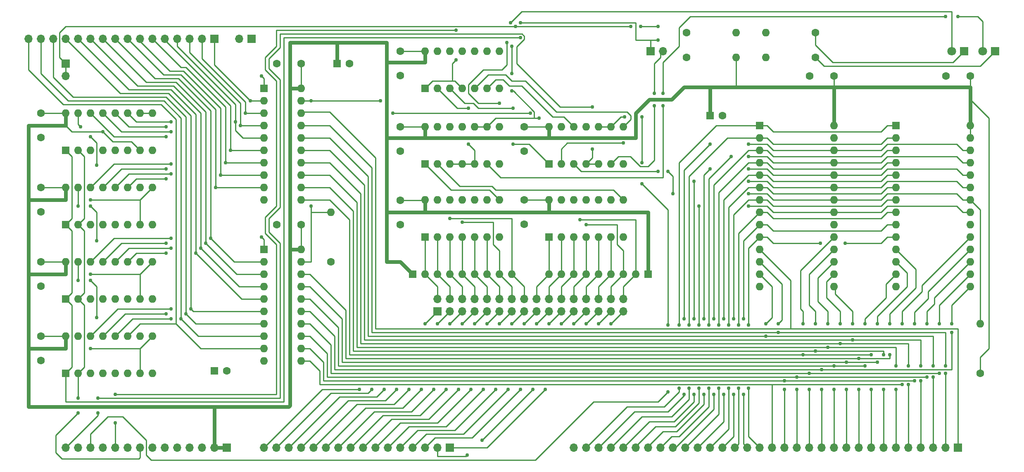
<source format=gtl>
G04 #@! TF.GenerationSoftware,KiCad,Pcbnew,(7.0.0)*
G04 #@! TF.CreationDate,2023-09-24T17:52:05-07:00*
G04 #@! TF.ProjectId,rom_counter,726f6d5f-636f-4756-9e74-65722e6b6963,rev?*
G04 #@! TF.SameCoordinates,Original*
G04 #@! TF.FileFunction,Copper,L1,Top*
G04 #@! TF.FilePolarity,Positive*
%FSLAX46Y46*%
G04 Gerber Fmt 4.6, Leading zero omitted, Abs format (unit mm)*
G04 Created by KiCad (PCBNEW (7.0.0)) date 2023-09-24 17:52:05*
%MOMM*%
%LPD*%
G01*
G04 APERTURE LIST*
G04 #@! TA.AperFunction,ComponentPad*
%ADD10R,1.700000X1.700000*%
G04 #@! TD*
G04 #@! TA.AperFunction,ComponentPad*
%ADD11O,1.700000X1.700000*%
G04 #@! TD*
G04 #@! TA.AperFunction,ComponentPad*
%ADD12R,1.600000X1.600000*%
G04 #@! TD*
G04 #@! TA.AperFunction,ComponentPad*
%ADD13C,1.600000*%
G04 #@! TD*
G04 #@! TA.AperFunction,ComponentPad*
%ADD14O,1.600000X1.600000*%
G04 #@! TD*
G04 #@! TA.AperFunction,ComponentPad*
%ADD15R,1.800000X1.800000*%
G04 #@! TD*
G04 #@! TA.AperFunction,ComponentPad*
%ADD16C,1.800000*%
G04 #@! TD*
G04 #@! TA.AperFunction,ViaPad*
%ADD17C,0.762000*%
G04 #@! TD*
G04 #@! TA.AperFunction,Conductor*
%ADD18C,0.762000*%
G04 #@! TD*
G04 #@! TA.AperFunction,Conductor*
%ADD19C,0.254000*%
G04 #@! TD*
G04 APERTURE END LIST*
D10*
X91439999Y-60959999D03*
D11*
X88899999Y-60959999D03*
X86359999Y-60959999D03*
X83819999Y-60959999D03*
X81279999Y-60959999D03*
X78739999Y-60959999D03*
X76199999Y-60959999D03*
X73659999Y-60959999D03*
X71119999Y-60959999D03*
X68579999Y-60959999D03*
X66039999Y-60959999D03*
X63499999Y-60959999D03*
X60959999Y-60959999D03*
X58419999Y-60959999D03*
X55879999Y-60959999D03*
X53339999Y-60959999D03*
D10*
X139699999Y-144779999D03*
D11*
X137159999Y-144779999D03*
X134619999Y-144779999D03*
X132079999Y-144779999D03*
X129539999Y-144779999D03*
X126999999Y-144779999D03*
X124459999Y-144779999D03*
X121919999Y-144779999D03*
X119379999Y-144779999D03*
X116839999Y-144779999D03*
X114299999Y-144779999D03*
X111759999Y-144779999D03*
X109219999Y-144779999D03*
X106679999Y-144779999D03*
X104139999Y-144779999D03*
X101599999Y-144779999D03*
D12*
X116585999Y-66039999D03*
D13*
X119086000Y-66040000D03*
X104220000Y-99060000D03*
X109220000Y-99060000D03*
D12*
X180339999Y-109219999D03*
D14*
X177799999Y-109219999D03*
X175259999Y-109219999D03*
X172719999Y-109219999D03*
X170179999Y-109219999D03*
X167639999Y-109219999D03*
X165099999Y-109219999D03*
X162559999Y-109219999D03*
X160019999Y-109219999D03*
D13*
X248412000Y-129540000D03*
D14*
X248411999Y-119379999D03*
D10*
X137159999Y-116839999D03*
D11*
X137159999Y-114299999D03*
X139699999Y-116839999D03*
X139699999Y-114299999D03*
X142239999Y-116839999D03*
X142239999Y-114299999D03*
X144779999Y-116839999D03*
X144779999Y-114299999D03*
X147319999Y-116839999D03*
X147319999Y-114299999D03*
X149859999Y-116839999D03*
X149859999Y-114299999D03*
X152399999Y-116839999D03*
X152399999Y-114299999D03*
X154939999Y-116839999D03*
X154939999Y-114299999D03*
X157479999Y-116839999D03*
X157479999Y-114299999D03*
X160019999Y-116839999D03*
X160019999Y-114299999D03*
X162559999Y-116839999D03*
X162559999Y-114299999D03*
X165099999Y-116839999D03*
X165099999Y-114299999D03*
X167639999Y-116839999D03*
X167639999Y-114299999D03*
X170179999Y-116839999D03*
X170179999Y-114299999D03*
X172719999Y-116839999D03*
X172719999Y-114299999D03*
X175259999Y-116839999D03*
X175259999Y-114299999D03*
D12*
X203199999Y-78739999D03*
D14*
X203199999Y-81279999D03*
X203199999Y-83819999D03*
X203199999Y-86359999D03*
X203199999Y-88899999D03*
X203199999Y-91439999D03*
X203199999Y-93979999D03*
X203199999Y-96519999D03*
X203199999Y-99059999D03*
X203199999Y-101599999D03*
X203199999Y-104139999D03*
X203199999Y-106679999D03*
X203199999Y-109219999D03*
X203199999Y-111759999D03*
X218439999Y-111759999D03*
X218439999Y-109219999D03*
X218439999Y-106679999D03*
X218439999Y-104139999D03*
X218439999Y-101599999D03*
X218439999Y-99059999D03*
X218439999Y-96519999D03*
X218439999Y-93979999D03*
X218439999Y-91439999D03*
X218439999Y-88899999D03*
X218439999Y-86359999D03*
X218439999Y-83819999D03*
X218439999Y-81279999D03*
X218439999Y-78739999D03*
D13*
X55880000Y-81200000D03*
X55880000Y-76200000D03*
X55880000Y-126920000D03*
X55880000Y-121920000D03*
D10*
X180847999Y-63499999D03*
D11*
X183387999Y-63499999D03*
D12*
X160019999Y-86613999D03*
D14*
X162559999Y-86613999D03*
X165099999Y-86613999D03*
X167639999Y-86613999D03*
X170179999Y-86613999D03*
X172719999Y-86613999D03*
X175259999Y-86613999D03*
X175259999Y-78993999D03*
X172719999Y-78993999D03*
X170179999Y-78993999D03*
X167639999Y-78993999D03*
X165099999Y-78993999D03*
X162559999Y-78993999D03*
X160019999Y-78993999D03*
D12*
X134619999Y-86613999D03*
D14*
X137159999Y-86613999D03*
X139699999Y-86613999D03*
X142239999Y-86613999D03*
X144779999Y-86613999D03*
X147319999Y-86613999D03*
X149859999Y-86613999D03*
X149859999Y-78993999D03*
X147319999Y-78993999D03*
X144779999Y-78993999D03*
X142239999Y-78993999D03*
X139699999Y-78993999D03*
X137159999Y-78993999D03*
X134619999Y-78993999D03*
D13*
X154940000Y-83994000D03*
X154940000Y-78994000D03*
X55880000Y-96440000D03*
X55880000Y-91440000D03*
D12*
X101599999Y-104139999D03*
D14*
X101599999Y-106679999D03*
X101599999Y-109219999D03*
X101599999Y-111759999D03*
X101599999Y-114299999D03*
X101599999Y-116839999D03*
X101599999Y-119379999D03*
X101599999Y-121919999D03*
X101599999Y-124459999D03*
X101599999Y-126999999D03*
X109219999Y-126999999D03*
X109219999Y-124459999D03*
X109219999Y-121919999D03*
X109219999Y-119379999D03*
X109219999Y-116839999D03*
X109219999Y-114299999D03*
X109219999Y-111759999D03*
X109219999Y-109219999D03*
X109219999Y-106679999D03*
X109219999Y-104139999D03*
D13*
X104220000Y-66040000D03*
X109220000Y-66040000D03*
X213440000Y-68580000D03*
X218440000Y-68580000D03*
D15*
X245109999Y-63499999D03*
D16*
X242570000Y-63500000D03*
D13*
X115316000Y-106680000D03*
D14*
X115315999Y-96519999D03*
D12*
X160019999Y-101599999D03*
D14*
X162559999Y-101599999D03*
X165099999Y-101599999D03*
X167639999Y-101599999D03*
X170179999Y-101599999D03*
X172719999Y-101599999D03*
X175259999Y-101599999D03*
X175259999Y-93979999D03*
X172719999Y-93979999D03*
X170179999Y-93979999D03*
X167639999Y-93979999D03*
X165099999Y-93979999D03*
X162559999Y-93979999D03*
X160019999Y-93979999D03*
D13*
X129540000Y-68500000D03*
X129540000Y-63500000D03*
D12*
X91439999Y-129031999D03*
D13*
X93940000Y-129032000D03*
D15*
X251459999Y-63499999D03*
D16*
X248920000Y-63500000D03*
D13*
X214630000Y-64770000D03*
D14*
X204469999Y-64769999D03*
D13*
X154940000Y-98980000D03*
X154940000Y-93980000D03*
D10*
X60959999Y-66039999D03*
D11*
X60959999Y-68579999D03*
D12*
X134619999Y-71119999D03*
D14*
X137159999Y-71119999D03*
X139699999Y-71119999D03*
X142239999Y-71119999D03*
X144779999Y-71119999D03*
X147319999Y-71119999D03*
X149859999Y-71119999D03*
X149859999Y-63499999D03*
X147319999Y-63499999D03*
X144779999Y-63499999D03*
X142239999Y-63499999D03*
X139699999Y-63499999D03*
X137159999Y-63499999D03*
X134619999Y-63499999D03*
D13*
X188214000Y-64770000D03*
D14*
X198373999Y-64769999D03*
D12*
X60959999Y-129539999D03*
D14*
X63499999Y-129539999D03*
X66039999Y-129539999D03*
X68579999Y-129539999D03*
X71119999Y-129539999D03*
X73659999Y-129539999D03*
X76199999Y-129539999D03*
X78739999Y-129539999D03*
X78739999Y-121919999D03*
X76199999Y-121919999D03*
X73659999Y-121919999D03*
X71119999Y-121919999D03*
X68579999Y-121919999D03*
X66039999Y-121919999D03*
X63499999Y-121919999D03*
X60959999Y-121919999D03*
D12*
X60959999Y-83819999D03*
D14*
X63499999Y-83819999D03*
X66039999Y-83819999D03*
X68579999Y-83819999D03*
X71119999Y-83819999D03*
X73659999Y-83819999D03*
X76199999Y-83819999D03*
X78739999Y-83819999D03*
X78739999Y-76199999D03*
X76199999Y-76199999D03*
X73659999Y-76199999D03*
X71119999Y-76199999D03*
X68579999Y-76199999D03*
X66039999Y-76199999D03*
X63499999Y-76199999D03*
X60959999Y-76199999D03*
D12*
X101599999Y-71119999D03*
D14*
X101599999Y-73659999D03*
X101599999Y-76199999D03*
X101599999Y-78739999D03*
X101599999Y-81279999D03*
X101599999Y-83819999D03*
X101599999Y-86359999D03*
X101599999Y-88899999D03*
X101599999Y-91439999D03*
X101599999Y-93979999D03*
X109219999Y-93979999D03*
X109219999Y-91439999D03*
X109219999Y-88899999D03*
X109219999Y-86359999D03*
X109219999Y-83819999D03*
X109219999Y-81279999D03*
X109219999Y-78739999D03*
X109219999Y-76199999D03*
X109219999Y-73659999D03*
X109219999Y-71119999D03*
D12*
X60959999Y-99059999D03*
D14*
X63499999Y-99059999D03*
X66039999Y-99059999D03*
X68579999Y-99059999D03*
X71119999Y-99059999D03*
X73659999Y-99059999D03*
X76199999Y-99059999D03*
X78739999Y-99059999D03*
X78739999Y-91439999D03*
X76199999Y-91439999D03*
X73659999Y-91439999D03*
X71119999Y-91439999D03*
X68579999Y-91439999D03*
X66039999Y-91439999D03*
X63499999Y-91439999D03*
X60959999Y-91439999D03*
D13*
X188214000Y-59690000D03*
D14*
X198373999Y-59689999D03*
D12*
X60959999Y-114299999D03*
D14*
X63499999Y-114299999D03*
X66039999Y-114299999D03*
X68579999Y-114299999D03*
X71119999Y-114299999D03*
X73659999Y-114299999D03*
X76199999Y-114299999D03*
X78739999Y-114299999D03*
X78739999Y-106679999D03*
X76199999Y-106679999D03*
X73659999Y-106679999D03*
X71119999Y-106679999D03*
X68579999Y-106679999D03*
X66039999Y-106679999D03*
X63499999Y-106679999D03*
X60959999Y-106679999D03*
D13*
X129540000Y-78994000D03*
X129540000Y-83994000D03*
D12*
X193039999Y-76707999D03*
D13*
X195540000Y-76708000D03*
X129540000Y-94060000D03*
X129540000Y-99060000D03*
D10*
X99059999Y-60959999D03*
D11*
X96519999Y-60959999D03*
D13*
X214630000Y-59690000D03*
D14*
X204469999Y-59689999D03*
D12*
X134619999Y-101599999D03*
D14*
X137159999Y-101599999D03*
X139699999Y-101599999D03*
X142239999Y-101599999D03*
X144779999Y-101599999D03*
X147319999Y-101599999D03*
X149859999Y-101599999D03*
X149859999Y-93979999D03*
X147319999Y-93979999D03*
X144779999Y-93979999D03*
X142239999Y-93979999D03*
X139699999Y-93979999D03*
X137159999Y-93979999D03*
X134619999Y-93979999D03*
D10*
X243839999Y-144779999D03*
D11*
X241299999Y-144779999D03*
X238759999Y-144779999D03*
X236219999Y-144779999D03*
X233679999Y-144779999D03*
X231139999Y-144779999D03*
X228599999Y-144779999D03*
X226059999Y-144779999D03*
X223519999Y-144779999D03*
X220979999Y-144779999D03*
X218439999Y-144779999D03*
X215899999Y-144779999D03*
X213359999Y-144779999D03*
X210819999Y-144779999D03*
X208279999Y-144779999D03*
X205739999Y-144779999D03*
X203199999Y-144779999D03*
X200659999Y-144779999D03*
X198119999Y-144779999D03*
X195579999Y-144779999D03*
X193039999Y-144779999D03*
X190499999Y-144779999D03*
X187959999Y-144779999D03*
X185419999Y-144779999D03*
X182879999Y-144779999D03*
X180339999Y-144779999D03*
X177799999Y-144779999D03*
X175259999Y-144779999D03*
X172719999Y-144779999D03*
X170179999Y-144779999D03*
X167639999Y-144779999D03*
X165099999Y-144779999D03*
D12*
X132079999Y-109219999D03*
D14*
X134619999Y-109219999D03*
X137159999Y-109219999D03*
X139699999Y-109219999D03*
X142239999Y-109219999D03*
X144779999Y-109219999D03*
X147319999Y-109219999D03*
X149859999Y-109219999D03*
X152399999Y-109219999D03*
D10*
X93979999Y-144779999D03*
D11*
X91439999Y-144779999D03*
X88899999Y-144779999D03*
X86359999Y-144779999D03*
X83819999Y-144779999D03*
X81279999Y-144779999D03*
X78739999Y-144779999D03*
X76199999Y-144779999D03*
X73659999Y-144779999D03*
X71119999Y-144779999D03*
X68579999Y-144779999D03*
X66039999Y-144779999D03*
X63499999Y-144779999D03*
X60959999Y-144779999D03*
D13*
X55880000Y-111680000D03*
X55880000Y-106680000D03*
X241380000Y-68580000D03*
X246380000Y-68580000D03*
D12*
X231139999Y-78739999D03*
D14*
X231139999Y-81279999D03*
X231139999Y-83819999D03*
X231139999Y-86359999D03*
X231139999Y-88899999D03*
X231139999Y-91439999D03*
X231139999Y-93979999D03*
X231139999Y-96519999D03*
X231139999Y-99059999D03*
X231139999Y-101599999D03*
X231139999Y-104139999D03*
X231139999Y-106679999D03*
X231139999Y-109219999D03*
X231139999Y-111759999D03*
X246379999Y-111759999D03*
X246379999Y-109219999D03*
X246379999Y-106679999D03*
X246379999Y-104139999D03*
X246379999Y-101599999D03*
X246379999Y-99059999D03*
X246379999Y-96519999D03*
X246379999Y-93979999D03*
X246379999Y-91439999D03*
X246379999Y-88899999D03*
X246379999Y-86359999D03*
X246379999Y-83819999D03*
X246379999Y-81279999D03*
X246379999Y-78739999D03*
D17*
X101092000Y-101600000D03*
X107950000Y-61722000D03*
X66040000Y-124460000D03*
X109474000Y-61722000D03*
X91440000Y-138938000D03*
X66040000Y-93980000D03*
X66040000Y-109220000D03*
X101092000Y-68580000D03*
X106934000Y-68580000D03*
X60960000Y-124460000D03*
X91440000Y-137414000D03*
X106934000Y-101600000D03*
X60960000Y-109220000D03*
X68580000Y-80010000D03*
X60960000Y-93980000D03*
X207010000Y-121158000D03*
X207010000Y-119380000D03*
X241300000Y-128016000D03*
X241300000Y-129540000D03*
X238760000Y-128016000D03*
X204470000Y-119380000D03*
X204470000Y-121920000D03*
X238760000Y-130302000D03*
X222250000Y-119380000D03*
X236220000Y-131064000D03*
X222250000Y-122682000D03*
X236220000Y-128016000D03*
X233680000Y-131826000D03*
X233680000Y-128016000D03*
X219710000Y-123444000D03*
X219710000Y-119380000D03*
X217170000Y-119380000D03*
X231140000Y-132842000D03*
X217170000Y-124206000D03*
X231140000Y-128016000D03*
X214630000Y-124968500D03*
X214630000Y-119380000D03*
X228600000Y-125730000D03*
X228600000Y-132842000D03*
X226060000Y-125730000D03*
X212090000Y-125730000D03*
X212090000Y-119380000D03*
X226060000Y-132842000D03*
X223520000Y-132842000D03*
X229870000Y-119380000D03*
X229870000Y-125730000D03*
X223520000Y-126492000D03*
X220980000Y-132842000D03*
X227330000Y-127254000D03*
X227330000Y-119380000D03*
X220980000Y-127254000D03*
X224790000Y-119380000D03*
X218440000Y-128016000D03*
X218440000Y-132842000D03*
X224790000Y-128016000D03*
X215900000Y-132842000D03*
X215900000Y-128778000D03*
X242570000Y-119380000D03*
X242570000Y-121158000D03*
X213360000Y-129540000D03*
X240030000Y-129540000D03*
X213360000Y-132842000D03*
X240030000Y-119380000D03*
X237490000Y-130301500D03*
X237490000Y-119380000D03*
X210820000Y-130302000D03*
X210820000Y-132842000D03*
X208280000Y-131064000D03*
X234950000Y-131064000D03*
X208280000Y-132842000D03*
X234950000Y-119380000D03*
X232410000Y-131826000D03*
X232410000Y-119380000D03*
X200914000Y-132588000D03*
X215646000Y-102870000D03*
X220726000Y-102870000D03*
X200914000Y-119634000D03*
X199898000Y-118364000D03*
X199898000Y-133858000D03*
X198882000Y-132588000D03*
X198882000Y-119634000D03*
X197866000Y-118364000D03*
X197866000Y-133858000D03*
X196850000Y-119634000D03*
X196850000Y-132588000D03*
X195834000Y-133858000D03*
X195834000Y-118364000D03*
X194818000Y-132588000D03*
X194818000Y-119634000D03*
X193802000Y-118364000D03*
X193802000Y-133858000D03*
X197358000Y-85090000D03*
X200914000Y-85090000D03*
X192786000Y-119634000D03*
X192786000Y-132588000D03*
X191770000Y-118364000D03*
X191770000Y-133858000D03*
X193040000Y-87630000D03*
X200914000Y-87630000D03*
X190754000Y-132588000D03*
X200914000Y-95250000D03*
X190754000Y-119634000D03*
X190754000Y-95250000D03*
X200914000Y-90170000D03*
X189738000Y-118364000D03*
X189738000Y-133858000D03*
X189738000Y-90170000D03*
X188722000Y-132588000D03*
X188722000Y-119634000D03*
X200914000Y-82550000D03*
X187706000Y-118364000D03*
X187706500Y-133858000D03*
X193040000Y-82550000D03*
X186690000Y-132588000D03*
X186690000Y-119634000D03*
X152146000Y-57658000D03*
X151384000Y-61722000D03*
X149860000Y-74168000D03*
X241300000Y-56388000D03*
X183388000Y-72136000D03*
X243840000Y-56388000D03*
X183388000Y-74676000D03*
X172720000Y-119380000D03*
X159258000Y-132842000D03*
X156718000Y-132842000D03*
X170180000Y-119380000D03*
X146304000Y-143256000D03*
X143256000Y-146304000D03*
X154178000Y-132842000D03*
X167640000Y-119380000D03*
X165100000Y-119380000D03*
X151638000Y-132842000D03*
X149098000Y-132842000D03*
X162560000Y-119380000D03*
X146558000Y-132842000D03*
X160020000Y-119380000D03*
X157480000Y-119380000D03*
X144018000Y-132842000D03*
X141478000Y-132842000D03*
X154940000Y-119380000D03*
X138938000Y-132842000D03*
X152400000Y-119380000D03*
X149860000Y-119380000D03*
X136398000Y-132842000D03*
X133858000Y-132842000D03*
X147320000Y-119380000D03*
X131318000Y-132842000D03*
X144780000Y-119380000D03*
X128778000Y-132842000D03*
X142240000Y-119380000D03*
X139700000Y-119380000D03*
X126238000Y-132842000D03*
X137160000Y-119380000D03*
X123698000Y-132842000D03*
X121158000Y-132842000D03*
X134620000Y-119380000D03*
X63500000Y-134620000D03*
X63500000Y-137668000D03*
X67564000Y-134620000D03*
X67564000Y-137668000D03*
X168910000Y-83566000D03*
X168910000Y-74930000D03*
X142240000Y-98552000D03*
X139700000Y-97790000D03*
X167640000Y-99060000D03*
X166370000Y-98044000D03*
X98806000Y-73660000D03*
X81534000Y-81026000D03*
X82550000Y-80010000D03*
X97790000Y-76200000D03*
X81534000Y-78994000D03*
X96774000Y-78740000D03*
X82550000Y-77978000D03*
X95758000Y-77978000D03*
X82550000Y-86614000D03*
X94742000Y-83820000D03*
X81534000Y-87630000D03*
X93726000Y-86360000D03*
X92710000Y-88900000D03*
X82550000Y-88646000D03*
X91694000Y-91440000D03*
X81534000Y-89662000D03*
X82550000Y-101854000D03*
X90678000Y-101854000D03*
X89662000Y-102870000D03*
X81534000Y-102870000D03*
X88646000Y-103886000D03*
X82550000Y-103886000D03*
X81534000Y-104902000D03*
X87630000Y-104902000D03*
X82550000Y-116332000D03*
X86614000Y-116332000D03*
X81534000Y-117348000D03*
X85598000Y-117348000D03*
X84582000Y-118364000D03*
X82550000Y-118364000D03*
X140970000Y-59182000D03*
X140970000Y-65278000D03*
X71120000Y-139700000D03*
X71120000Y-133858000D03*
X154178000Y-57658000D03*
X182372000Y-61214000D03*
X154178000Y-60706000D03*
X181610000Y-72136000D03*
X181610000Y-74676000D03*
X184404000Y-88138000D03*
X182372000Y-88138000D03*
X200914000Y-92710000D03*
X185420000Y-92710000D03*
X143510000Y-82550000D03*
X143510000Y-75184000D03*
X152400000Y-68072000D03*
X176784000Y-58420000D03*
X152400000Y-62484000D03*
X182372000Y-58420000D03*
X152400000Y-71628000D03*
X157988000Y-77216000D03*
X153162000Y-58420000D03*
X178816000Y-58420000D03*
X156210000Y-76200000D03*
X111252000Y-73660000D03*
X128016000Y-76200000D03*
X111252000Y-95250000D03*
X125476000Y-73660000D03*
X67310000Y-86868000D03*
X66040000Y-81026000D03*
X64008000Y-78994000D03*
X63500000Y-95250000D03*
X67310000Y-102362000D03*
X66040000Y-95250000D03*
X63500000Y-110490000D03*
X67310000Y-118110000D03*
X66040000Y-110490000D03*
X179070000Y-76962000D03*
X175514000Y-76962000D03*
X184404000Y-119634000D03*
X179070000Y-90678000D03*
X179070000Y-86360000D03*
X184404000Y-133350000D03*
X152654000Y-75184000D03*
X152654000Y-82550000D03*
X175260000Y-82296000D03*
D18*
X160020000Y-81280000D02*
X160020000Y-78994000D01*
D19*
X70612000Y-82042000D02*
X74422000Y-82042000D01*
D18*
X106934000Y-71120000D02*
X109220000Y-71120000D01*
X106934000Y-68580000D02*
X106934000Y-61722000D01*
X53594000Y-124460000D02*
X53340000Y-124206000D01*
X126746000Y-65786000D02*
X134620000Y-65786000D01*
X126746000Y-106680000D02*
X129540000Y-106680000D01*
D19*
X68580000Y-80010000D02*
X70612000Y-82042000D01*
X250190000Y-124460000D02*
X250190000Y-77216000D01*
X101600000Y-102108000D02*
X101092000Y-101600000D01*
D18*
X106934000Y-61722000D02*
X116586000Y-61722000D01*
X134620000Y-81280000D02*
X160020000Y-81280000D01*
D19*
X62230000Y-80010000D02*
X60960000Y-78740000D01*
X76200000Y-124460000D02*
X78740000Y-121920000D01*
X250190000Y-77216000D02*
X246380000Y-73406000D01*
D18*
X246380000Y-73406000D02*
X246380000Y-78740000D01*
X129540000Y-106680000D02*
X132080000Y-109220000D01*
X160020000Y-81280000D02*
X177800000Y-81280000D01*
X53340000Y-109220000D02*
X53340000Y-93980000D01*
D19*
X76200000Y-99060000D02*
X76200000Y-93980000D01*
X134540000Y-94060000D02*
X134620000Y-93980000D01*
X154940000Y-78994000D02*
X160020000Y-78994000D01*
D18*
X106934000Y-104140000D02*
X109220000Y-104140000D01*
X134620000Y-81280000D02*
X134620000Y-80010000D01*
X106934000Y-136144000D02*
X106934000Y-104140000D01*
X134620000Y-80010000D02*
X134620000Y-78994000D01*
D19*
X76200000Y-93980000D02*
X66040000Y-93980000D01*
D18*
X185166000Y-73406000D02*
X187706000Y-70866000D01*
D19*
X101600000Y-104140000D02*
X101600000Y-102108000D01*
X218440000Y-68580000D02*
X218440000Y-70866000D01*
X246380000Y-81280000D02*
X246380000Y-78740000D01*
D18*
X53340000Y-78740000D02*
X60960000Y-78740000D01*
X53340000Y-109220000D02*
X60960000Y-109220000D01*
D19*
X55880000Y-106680000D02*
X60960000Y-106680000D01*
X55880000Y-121920000D02*
X60960000Y-121920000D01*
D18*
X177800000Y-76200000D02*
X180594000Y-73406000D01*
D19*
X129540000Y-78994000D02*
X134620000Y-78994000D01*
D18*
X60960000Y-124460000D02*
X60960000Y-121920000D01*
X60960000Y-109220000D02*
X60960000Y-106680000D01*
D19*
X76200000Y-114300000D02*
X76200000Y-109220000D01*
X101600000Y-69088000D02*
X101600000Y-71120000D01*
D18*
X106934000Y-101600000D02*
X106934000Y-71120000D01*
D19*
X76200000Y-109220000D02*
X66040000Y-109220000D01*
D18*
X91440000Y-137414000D02*
X91440000Y-136398000D01*
X126746000Y-96520000D02*
X134620000Y-96520000D01*
X91440000Y-144780000D02*
X91440000Y-138938000D01*
X60960000Y-93980000D02*
X60960000Y-91440000D01*
X160020000Y-96520000D02*
X180340000Y-96520000D01*
X116586000Y-61722000D02*
X126746000Y-61722000D01*
D19*
X248412000Y-129540000D02*
X248412000Y-126238000D01*
D18*
X91440000Y-136398000D02*
X53340000Y-136398000D01*
D19*
X76200000Y-129540000D02*
X76200000Y-124460000D01*
D18*
X193040000Y-70866000D02*
X193040000Y-76708000D01*
D19*
X129540000Y-63500000D02*
X134620000Y-63500000D01*
X55880000Y-91440000D02*
X60960000Y-91440000D01*
D18*
X246380000Y-70866000D02*
X246380000Y-73406000D01*
D19*
X129540000Y-94060000D02*
X134540000Y-94060000D01*
D18*
X160020000Y-96520000D02*
X160020000Y-93980000D01*
X127000000Y-81280000D02*
X134620000Y-81280000D01*
D19*
X246380000Y-68580000D02*
X246380000Y-70866000D01*
D18*
X187706000Y-70866000D02*
X193040000Y-70866000D01*
D19*
X109220000Y-66040000D02*
X109220000Y-71120000D01*
D18*
X53340000Y-93980000D02*
X60960000Y-93980000D01*
D19*
X68580000Y-80010000D02*
X62230000Y-80010000D01*
X74422000Y-82042000D02*
X76200000Y-83820000D01*
X154940000Y-93980000D02*
X160020000Y-93980000D01*
X76200000Y-109220000D02*
X78740000Y-106680000D01*
X248412000Y-126238000D02*
X250190000Y-124460000D01*
D18*
X106680000Y-136398000D02*
X106934000Y-136144000D01*
X180340000Y-96520000D02*
X180340000Y-109220000D01*
X177800000Y-81280000D02*
X177800000Y-76200000D01*
X180594000Y-73406000D02*
X185166000Y-73406000D01*
D19*
X109220000Y-99060000D02*
X109220000Y-104140000D01*
D18*
X218440000Y-70866000D02*
X246380000Y-70866000D01*
X218440000Y-70866000D02*
X218440000Y-78740000D01*
X106934000Y-104140000D02*
X106934000Y-101600000D01*
D19*
X76200000Y-124460000D02*
X66040000Y-124460000D01*
D18*
X60960000Y-78740000D02*
X60960000Y-76200000D01*
D19*
X76200000Y-76200000D02*
X78740000Y-76200000D01*
D18*
X134620000Y-65786000D02*
X134620000Y-63500000D01*
X116586000Y-61722000D02*
X116586000Y-66040000D01*
X91440000Y-136398000D02*
X106680000Y-136398000D01*
X134620000Y-96520000D02*
X160020000Y-96520000D01*
X53340000Y-136398000D02*
X53340000Y-124206000D01*
X60960000Y-124460000D02*
X53594000Y-124460000D01*
D19*
X101092000Y-68580000D02*
X101600000Y-69088000D01*
D18*
X91440000Y-144780000D02*
X93980000Y-144780000D01*
X106934000Y-71120000D02*
X106934000Y-68580000D01*
X53340000Y-93980000D02*
X53340000Y-78740000D01*
X53340000Y-124206000D02*
X53340000Y-109220000D01*
X126746000Y-61722000D02*
X126746000Y-106680000D01*
D19*
X55880000Y-76200000D02*
X60960000Y-76200000D01*
X78740000Y-91440000D02*
X76200000Y-93980000D01*
D18*
X91440000Y-138938000D02*
X91440000Y-137414000D01*
D19*
X198374000Y-64770000D02*
X198374000Y-70866000D01*
D18*
X134620000Y-96520000D02*
X134620000Y-93980000D01*
X193040000Y-70866000D02*
X218440000Y-70866000D01*
D19*
X124460000Y-120396000D02*
X124460000Y-85344000D01*
X203200000Y-104140000D02*
X209550000Y-110490000D01*
X109474000Y-75946000D02*
X109220000Y-76200000D01*
X209550000Y-110490000D02*
X209550000Y-120396000D01*
X243840000Y-120396000D02*
X124460000Y-120396000D01*
X243840000Y-144780000D02*
X243840000Y-120396000D01*
X124460000Y-85344000D02*
X115062000Y-75946000D01*
X115062000Y-75946000D02*
X109474000Y-75946000D01*
X207772000Y-111252000D02*
X203200000Y-106680000D01*
X123698000Y-87376000D02*
X115062000Y-78740000D01*
X123698000Y-121158000D02*
X123698000Y-87376000D01*
X241300000Y-144780000D02*
X241300000Y-129540000D01*
X207010000Y-121158000D02*
X123698000Y-121158000D01*
X207772000Y-118618000D02*
X207772000Y-111252000D01*
X115062000Y-78740000D02*
X109220000Y-78740000D01*
X241300000Y-128016000D02*
X241300000Y-121158000D01*
X241300000Y-121158000D02*
X207010000Y-121158000D01*
X207010000Y-119380000D02*
X207772000Y-118618000D01*
X238760000Y-121920000D02*
X204470000Y-121920000D01*
X122936000Y-121920000D02*
X122936000Y-89154000D01*
X205740000Y-118110000D02*
X205740000Y-111760000D01*
X115062000Y-81280000D02*
X109220000Y-81280000D01*
X238760000Y-128016000D02*
X238760000Y-121920000D01*
X238760000Y-144780000D02*
X238760000Y-130302000D01*
X122936000Y-89154000D02*
X115062000Y-81280000D01*
X204470000Y-121920000D02*
X122936000Y-121920000D01*
X205740000Y-111760000D02*
X203200000Y-109220000D01*
X204470000Y-119380000D02*
X205740000Y-118110000D01*
X109220000Y-83820000D02*
X115062000Y-83820000D01*
X218694000Y-112014000D02*
X218440000Y-111760000D01*
X122174000Y-90932000D02*
X122174000Y-122682000D01*
X122174000Y-122682000D02*
X222250000Y-122682000D01*
X218694000Y-111999000D02*
X218440000Y-111745000D01*
X222250000Y-119380000D02*
X222250000Y-116840000D01*
X236220000Y-128016000D02*
X236220000Y-122682000D01*
X218694000Y-113284000D02*
X218694000Y-112014000D01*
X236220000Y-144780000D02*
X236220000Y-131064000D01*
X115062000Y-83820000D02*
X122174000Y-90932000D01*
X222250000Y-116840000D02*
X218694000Y-113284000D01*
X236220000Y-122682000D02*
X222250000Y-122682000D01*
X216916000Y-114046000D02*
X216916000Y-110729000D01*
X121412000Y-123444000D02*
X121412000Y-92710000D01*
X219710000Y-116840000D02*
X216916000Y-114046000D01*
X219710000Y-119380000D02*
X219710000Y-116840000D01*
X121412000Y-92710000D02*
X115062000Y-86360000D01*
X233680000Y-123444000D02*
X219710000Y-123444000D01*
X219710000Y-123444000D02*
X121412000Y-123444000D01*
X115062000Y-86360000D02*
X109220000Y-86360000D01*
X216916000Y-110729000D02*
X218440000Y-109205000D01*
X233680000Y-144780000D02*
X233680000Y-131826000D01*
X233680000Y-128016000D02*
X233680000Y-123444000D01*
X215138000Y-114808000D02*
X215138000Y-109982000D01*
X215138000Y-109982000D02*
X218440000Y-106680000D01*
X120650000Y-124206000D02*
X120650000Y-94488000D01*
X217170000Y-124206000D02*
X231140000Y-124206000D01*
X217170000Y-124206000D02*
X120650000Y-124206000D01*
X120650000Y-94488000D02*
X115062000Y-88900000D01*
X115062000Y-88900000D02*
X109220000Y-88900000D01*
X217170000Y-116840000D02*
X215138000Y-114808000D01*
X231140000Y-144780000D02*
X231140000Y-132842000D01*
X231140000Y-124206000D02*
X231140000Y-128016000D01*
X217170000Y-119380000D02*
X217170000Y-116840000D01*
X214630000Y-116840000D02*
X213360000Y-115570000D01*
X228600000Y-144780000D02*
X228600000Y-132842000D01*
X213360000Y-109220000D02*
X218440000Y-104140000D01*
X115062000Y-91440000D02*
X109220000Y-91440000D01*
X214630000Y-119380000D02*
X214630000Y-116840000D01*
X119888000Y-96266000D02*
X115062000Y-91440000D01*
X214630000Y-124968500D02*
X214629500Y-124968000D01*
X214629500Y-124968000D02*
X119888000Y-124968000D01*
X228600000Y-124968000D02*
X214630500Y-124968000D01*
X119888000Y-124968000D02*
X119888000Y-96266000D01*
X214630500Y-124968000D02*
X214630000Y-124968500D01*
X213360000Y-115570000D02*
X213360000Y-109220000D01*
X228600000Y-125730000D02*
X228600000Y-124968000D01*
X212090000Y-119380000D02*
X212090000Y-116840000D01*
X115062000Y-93980000D02*
X109220000Y-93980000D01*
X119126000Y-125730000D02*
X119126000Y-98044000D01*
X212090000Y-125730000D02*
X119126000Y-125730000D01*
X226060000Y-125730000D02*
X212090000Y-125730000D01*
X211582000Y-116332000D02*
X211582000Y-108458000D01*
X119126000Y-98044000D02*
X115062000Y-93980000D01*
X226060000Y-144780000D02*
X226060000Y-132842000D01*
X212090000Y-116840000D02*
X211582000Y-116332000D01*
X211582000Y-108458000D02*
X218440000Y-101600000D01*
X229870000Y-126492000D02*
X223520000Y-126492000D01*
X229870000Y-119380000D02*
X229870000Y-117348000D01*
X229870000Y-125730000D02*
X229870000Y-126492000D01*
X229870000Y-117348000D02*
X235204000Y-112014000D01*
X110998000Y-109220000D02*
X118364000Y-116586000D01*
X118364000Y-126492000D02*
X223520000Y-126492000D01*
X223520000Y-144780000D02*
X223520000Y-132842000D01*
X235204000Y-108204000D02*
X231140000Y-104140000D01*
X235204000Y-112014000D02*
X235204000Y-108204000D01*
X118364000Y-116586000D02*
X118364000Y-126492000D01*
X109220000Y-109220000D02*
X110998000Y-109220000D01*
X227330000Y-127254000D02*
X220980000Y-127254000D01*
X117602000Y-118364000D02*
X110998000Y-111760000D01*
X227330000Y-119380000D02*
X227330000Y-117856000D01*
X110998000Y-111760000D02*
X109220000Y-111760000D01*
X233426000Y-108966000D02*
X231140000Y-106680000D01*
X227330000Y-117856000D02*
X233426000Y-111760000D01*
X220980000Y-127254000D02*
X117602000Y-127254000D01*
X117602000Y-127254000D02*
X117602000Y-118364000D01*
X220980000Y-144780000D02*
X220980000Y-132842000D01*
X233426000Y-111760000D02*
X233426000Y-108966000D01*
X109220000Y-114300000D02*
X110998000Y-114300000D01*
X229108000Y-111252000D02*
X231140000Y-109220000D01*
X224790000Y-119380000D02*
X224790000Y-118364000D01*
X110998000Y-114300000D02*
X116840000Y-120142000D01*
X224790000Y-128016000D02*
X218440000Y-128016000D01*
X116840000Y-120142000D02*
X116840000Y-128016000D01*
X218440000Y-144780000D02*
X218440000Y-132842000D01*
X224790000Y-118364000D02*
X229108000Y-114046000D01*
X116840000Y-128016000D02*
X218440000Y-128016000D01*
X229108000Y-114046000D02*
X229108000Y-111252000D01*
X215900000Y-128778000D02*
X116078000Y-128778000D01*
X215900000Y-144780000D02*
X215900000Y-132842000D01*
X242570000Y-115570000D02*
X242570000Y-119380000D01*
X116078000Y-128778000D02*
X116078000Y-121920000D01*
X116078000Y-121920000D02*
X110998000Y-116840000D01*
X110998000Y-116840000D02*
X109220000Y-116840000D01*
X246380000Y-111760000D02*
X242570000Y-115570000D01*
X242570000Y-121158000D02*
X242570000Y-128778000D01*
X242570000Y-128778000D02*
X215900000Y-128778000D01*
X109220000Y-119380000D02*
X110998000Y-119380000D01*
X115316000Y-123698000D02*
X115316000Y-129540000D01*
X115316000Y-129540000D02*
X213360000Y-129540000D01*
X240030000Y-115570000D02*
X246380000Y-109220000D01*
X240030000Y-129540000D02*
X213360000Y-129540000D01*
X213360000Y-144780000D02*
X213360000Y-132842000D01*
X110998000Y-119380000D02*
X115316000Y-123698000D01*
X240030000Y-119380000D02*
X240030000Y-115570000D01*
X114554000Y-125476000D02*
X114554000Y-130302000D01*
X110998000Y-121920000D02*
X114554000Y-125476000D01*
X114554000Y-130302000D02*
X210820000Y-130302000D01*
X239014000Y-114046000D02*
X246380000Y-106680000D01*
X109220000Y-121920000D02*
X110998000Y-121920000D01*
X237490000Y-119380000D02*
X237490000Y-116840000D01*
X237489500Y-130302000D02*
X210820000Y-130302000D01*
X210820000Y-144780000D02*
X210820000Y-132842000D01*
X237490000Y-116840000D02*
X239014000Y-115316000D01*
X239014000Y-115316000D02*
X239014000Y-114046000D01*
X110998000Y-124460000D02*
X113792000Y-127254000D01*
X237744000Y-112776000D02*
X246380000Y-104140000D01*
X234950000Y-131064000D02*
X208280000Y-131064000D01*
X109220000Y-124460000D02*
X110998000Y-124460000D01*
X234950000Y-116967000D02*
X237744000Y-114173000D01*
X237744000Y-114173000D02*
X237744000Y-112776000D01*
X113792000Y-131064000D02*
X208280000Y-131064000D01*
X208280000Y-144780000D02*
X208280000Y-132842000D01*
X113792000Y-127254000D02*
X113792000Y-131064000D01*
X234950000Y-119380000D02*
X234950000Y-116967000D01*
X232410000Y-116840000D02*
X236474000Y-112776000D01*
X113030000Y-131826000D02*
X113030000Y-129032000D01*
X232410000Y-119380000D02*
X232410000Y-116840000D01*
X236474000Y-112776000D02*
X236474000Y-111506000D01*
X205740000Y-131826000D02*
X113030000Y-131826000D01*
X113030000Y-129032000D02*
X110998000Y-127000000D01*
X110998000Y-127000000D02*
X109220000Y-127000000D01*
X205740000Y-131826000D02*
X232410000Y-131826000D01*
X205740000Y-144780000D02*
X205740000Y-131826000D01*
X236474000Y-111506000D02*
X246380000Y-101600000D01*
X200914000Y-142494000D02*
X203200000Y-144780000D01*
X220726000Y-102870000D02*
X228092000Y-102870000D01*
X200914000Y-119634000D02*
X200914000Y-103886000D01*
X205994000Y-102870000D02*
X215646000Y-102870000D01*
X204724000Y-101600000D02*
X205994000Y-102870000D01*
X203200000Y-101600000D02*
X204724000Y-101600000D01*
X229362000Y-101600000D02*
X231140000Y-101600000D01*
X228092000Y-102870000D02*
X229362000Y-101600000D01*
X200914000Y-103886000D02*
X203200000Y-101600000D01*
X200914000Y-132588000D02*
X200914000Y-142494000D01*
X199898000Y-102362000D02*
X203200000Y-99060000D01*
X229362000Y-99060000D02*
X231140000Y-99060000D01*
X199898000Y-144018000D02*
X200660000Y-144780000D01*
X203200000Y-99060000D02*
X204724000Y-99060000D01*
X205994000Y-100330000D02*
X228092000Y-100330000D01*
X199898000Y-133858000D02*
X199898000Y-144018000D01*
X204724000Y-99060000D02*
X205994000Y-100330000D01*
X199898000Y-118364000D02*
X199898000Y-102362000D01*
X228092000Y-100330000D02*
X229362000Y-99060000D01*
X198882000Y-119634000D02*
X198882000Y-100838000D01*
X205994000Y-97790000D02*
X228092000Y-97790000D01*
X198882000Y-144018000D02*
X198120000Y-144780000D01*
X228092000Y-97790000D02*
X229362000Y-96520000D01*
X204724000Y-96520000D02*
X205994000Y-97790000D01*
X198882000Y-132588000D02*
X198882000Y-144018000D01*
X203200000Y-96520000D02*
X204724000Y-96520000D01*
X229362000Y-96520000D02*
X231140000Y-96520000D01*
X198882000Y-100838000D02*
X203200000Y-96520000D01*
X197866000Y-142494000D02*
X195580000Y-144780000D01*
X229362000Y-93980000D02*
X231140000Y-93980000D01*
X200914000Y-93980000D02*
X204724000Y-93980000D01*
X205994000Y-95250000D02*
X228092000Y-95250000D01*
X197866000Y-133858000D02*
X197866000Y-142494000D01*
X204724000Y-93980000D02*
X205994000Y-95250000D01*
X197866000Y-118364000D02*
X197866000Y-97028000D01*
X228092000Y-95250000D02*
X229362000Y-93980000D01*
X197866000Y-97028000D02*
X200914000Y-93980000D01*
X204724000Y-91440000D02*
X205994000Y-92710000D01*
X205994000Y-92710000D02*
X228092000Y-92710000D01*
X229362000Y-91440000D02*
X231140000Y-91440000D01*
X196850000Y-95504000D02*
X200914000Y-91440000D01*
X200914000Y-91440000D02*
X204724000Y-91440000D01*
X196850000Y-119634000D02*
X196850000Y-95504000D01*
X196850000Y-140970000D02*
X193040000Y-144780000D01*
X228092000Y-92710000D02*
X229362000Y-91440000D01*
X196850000Y-132588000D02*
X196850000Y-140970000D01*
X195834000Y-139446000D02*
X190500000Y-144780000D01*
X229362000Y-88900000D02*
X231140000Y-88900000D01*
X195834000Y-133858000D02*
X195834000Y-139446000D01*
X205994000Y-90170000D02*
X228092000Y-90170000D01*
X228092000Y-90170000D02*
X229362000Y-88900000D01*
X195834000Y-93980000D02*
X200914000Y-88900000D01*
X195834000Y-118364000D02*
X195834000Y-93980000D01*
X200914000Y-88900000D02*
X204724000Y-88900000D01*
X204724000Y-88900000D02*
X205994000Y-90170000D01*
X194818000Y-119634000D02*
X194818000Y-92456000D01*
X204724000Y-86360000D02*
X205994000Y-87630000D01*
X228092000Y-87630000D02*
X229362000Y-86360000D01*
X194818000Y-92456000D02*
X200914000Y-86360000D01*
X194818000Y-132588000D02*
X194818000Y-137922000D01*
X194818000Y-137922000D02*
X187960000Y-144780000D01*
X200914000Y-86360000D02*
X204724000Y-86360000D01*
X205994000Y-87630000D02*
X228092000Y-87630000D01*
X229362000Y-86360000D02*
X231140000Y-86360000D01*
X205994000Y-85090000D02*
X228092000Y-85090000D01*
X193802000Y-136906000D02*
X185928000Y-144780000D01*
X228092000Y-85090000D02*
X229362000Y-83820000D01*
X229362000Y-83820000D02*
X231140000Y-83820000D01*
X193802000Y-90932000D02*
X200914000Y-83820000D01*
X185928000Y-144780000D02*
X185420000Y-144780000D01*
X204724000Y-83820000D02*
X205994000Y-85090000D01*
X193802000Y-118364000D02*
X193802000Y-90932000D01*
X200914000Y-83820000D02*
X204724000Y-83820000D01*
X193802000Y-133858000D02*
X193802000Y-136906000D01*
X204724000Y-85090000D02*
X205979000Y-86345000D01*
X243586000Y-85090000D02*
X244856000Y-86360000D01*
X205979000Y-86345000D02*
X228107000Y-86345000D01*
X228107000Y-86345000D02*
X229362000Y-85090000D01*
X192786000Y-136398000D02*
X186690000Y-142494000D01*
X229362000Y-85090000D02*
X243586000Y-85090000D01*
X192786000Y-132588000D02*
X192786000Y-136398000D01*
X185166000Y-142494000D02*
X182880000Y-144780000D01*
X192786000Y-89662000D02*
X192786000Y-119634000D01*
X200914000Y-85090000D02*
X204724000Y-85090000D01*
X197358000Y-85090000D02*
X192786000Y-89662000D01*
X186690000Y-142494000D02*
X185166000Y-142494000D01*
X244856000Y-86360000D02*
X246380000Y-86360000D01*
X228107000Y-88885000D02*
X229362000Y-87630000D01*
X191770000Y-88900000D02*
X191770000Y-118364000D01*
X229362000Y-87630000D02*
X243586000Y-87630000D01*
X191770000Y-133858000D02*
X191770000Y-135890000D01*
X186182000Y-141478000D02*
X183388000Y-141478000D01*
X243586000Y-87630000D02*
X244856000Y-88900000D01*
X191770000Y-135890000D02*
X186182000Y-141478000D01*
X205979000Y-88885000D02*
X228107000Y-88885000D01*
X193040000Y-87630000D02*
X191770000Y-88900000D01*
X180340000Y-144526000D02*
X180340000Y-144780000D01*
X244856000Y-88900000D02*
X246380000Y-88900000D01*
X200914000Y-87630000D02*
X204724000Y-87630000D01*
X183388000Y-141478000D02*
X180340000Y-144526000D01*
X204724000Y-87630000D02*
X205979000Y-88885000D01*
X177800000Y-144526000D02*
X177800000Y-144780000D01*
X244856000Y-96520000D02*
X246380000Y-96520000D01*
X190754000Y-135636000D02*
X185928000Y-140462000D01*
X204724000Y-95250000D02*
X205994000Y-96520000D01*
X206009000Y-96505000D02*
X228107000Y-96505000D01*
X190754000Y-132588000D02*
X190754000Y-135636000D01*
X200914000Y-95250000D02*
X204724000Y-95250000D01*
X228107000Y-96505000D02*
X229362000Y-95250000D01*
X243586000Y-95250000D02*
X244856000Y-96520000D01*
X181864000Y-140462000D02*
X177800000Y-144526000D01*
X205994000Y-96520000D02*
X206009000Y-96505000D01*
X229362000Y-95250000D02*
X243586000Y-95250000D01*
X190754000Y-95250000D02*
X190754000Y-119634000D01*
X185928000Y-140462000D02*
X181864000Y-140462000D01*
X243586000Y-90170000D02*
X244856000Y-91440000D01*
X189738000Y-135382000D02*
X185674000Y-139446000D01*
X189738000Y-90170000D02*
X189738000Y-118364000D01*
X185674000Y-139446000D02*
X180594000Y-139446000D01*
X189738000Y-133858000D02*
X189738000Y-135382000D01*
X200914000Y-90170000D02*
X204724000Y-90170000D01*
X244856000Y-91440000D02*
X246380000Y-91440000D01*
X180594000Y-139446000D02*
X175260000Y-144780000D01*
X205994000Y-91440000D02*
X218948000Y-91440000D01*
X228107000Y-91425000D02*
X229362000Y-90170000D01*
X204724000Y-90170000D02*
X205994000Y-91440000D01*
X218440000Y-91425000D02*
X228107000Y-91425000D01*
X229362000Y-90170000D02*
X243586000Y-90170000D01*
X188722000Y-132588000D02*
X188722000Y-134874000D01*
X205994000Y-82550000D02*
X228092000Y-82550000D01*
X179070000Y-138430000D02*
X172720000Y-144780000D01*
X188722000Y-119634000D02*
X188722000Y-89154000D01*
X229362000Y-81280000D02*
X231140000Y-81280000D01*
X185166000Y-138430000D02*
X179070000Y-138430000D01*
X196596000Y-81280000D02*
X204724000Y-81280000D01*
X188722000Y-134874000D02*
X185166000Y-138430000D01*
X188722000Y-89154000D02*
X196596000Y-81280000D01*
X204724000Y-81280000D02*
X205994000Y-82550000D01*
X228092000Y-82550000D02*
X229362000Y-81280000D01*
X200914000Y-82550000D02*
X204724000Y-82550000D01*
X218440000Y-83805000D02*
X228107000Y-83805000D01*
X205994000Y-83820000D02*
X218440000Y-83820000D01*
X243586000Y-82550000D02*
X244856000Y-83820000D01*
X193040000Y-82550000D02*
X187706000Y-87884000D01*
X187706500Y-134111500D02*
X184404000Y-137414000D01*
X228107000Y-83805000D02*
X229362000Y-82550000D01*
X184404000Y-137414000D02*
X177546000Y-137414000D01*
X229362000Y-82550000D02*
X243586000Y-82550000D01*
X177546000Y-137414000D02*
X170180000Y-144780000D01*
X187706500Y-133858000D02*
X187706500Y-134111500D01*
X187706000Y-87884000D02*
X187706000Y-118364000D01*
X204724000Y-82550000D02*
X205994000Y-83820000D01*
X244856000Y-83820000D02*
X246380000Y-83820000D01*
X183642000Y-136398000D02*
X176022000Y-136398000D01*
X229362000Y-78740000D02*
X231140000Y-78740000D01*
X203200000Y-78725000D02*
X204709000Y-78725000D01*
X186690000Y-132588000D02*
X186690000Y-133350000D01*
X186690000Y-119634000D02*
X186690000Y-86360000D01*
X205994000Y-80010000D02*
X228092000Y-80010000D01*
X176022000Y-136398000D02*
X167640000Y-144780000D01*
X186690000Y-86360000D02*
X194310000Y-78740000D01*
X186690000Y-133350000D02*
X183642000Y-136398000D01*
X194310000Y-78740000D02*
X203200000Y-78740000D01*
X204709000Y-78725000D02*
X205994000Y-80010000D01*
X228092000Y-80010000D02*
X229362000Y-78740000D01*
X245110000Y-63500000D02*
X242824000Y-65786000D01*
X242824000Y-65786000D02*
X218186000Y-65786000D01*
X214630000Y-62230000D02*
X214630000Y-59690000D01*
X218186000Y-65786000D02*
X214630000Y-62230000D01*
X152146000Y-57658000D02*
X154432000Y-55372000D01*
X143510000Y-70358000D02*
X143510000Y-72136000D01*
X154432000Y-55372000D02*
X242570000Y-55372000D01*
X146558000Y-67310000D02*
X143510000Y-70358000D01*
X151384000Y-61722000D02*
X151384000Y-66294000D01*
X143510000Y-72136000D02*
X145542000Y-74168000D01*
X150368000Y-67310000D02*
X146558000Y-67310000D01*
X145542000Y-74168000D02*
X149860000Y-74168000D01*
X242570000Y-55372000D02*
X242570000Y-63500000D01*
X151384000Y-66294000D02*
X150368000Y-67310000D01*
X251460000Y-63500000D02*
X248412000Y-66548000D01*
X216408000Y-66548000D02*
X214630000Y-64770000D01*
X248412000Y-66548000D02*
X216408000Y-66548000D01*
X188976000Y-56388000D02*
X186690000Y-58674000D01*
X150114000Y-89408000D02*
X147320000Y-86614000D01*
X186690000Y-62484000D02*
X183388000Y-65786000D01*
X183388000Y-74676000D02*
X183388000Y-89408000D01*
X247904000Y-56388000D02*
X248920000Y-57404000D01*
X183388000Y-65786000D02*
X183388000Y-72136000D01*
X186690000Y-58674000D02*
X186690000Y-62484000D01*
X241300000Y-56388000D02*
X188976000Y-56388000D01*
X243840000Y-56388000D02*
X247904000Y-56388000D01*
X248920000Y-57404000D02*
X248920000Y-63500000D01*
X183388000Y-89408000D02*
X150114000Y-89408000D01*
X159258000Y-132842000D02*
X147320000Y-144780000D01*
X147320000Y-144780000D02*
X139700000Y-144780000D01*
X172720000Y-119380000D02*
X175260000Y-116840000D01*
X143002000Y-146558000D02*
X137160000Y-146558000D01*
X146304000Y-143256000D02*
X156718000Y-132842000D01*
X143256000Y-146304000D02*
X143002000Y-146558000D01*
X137160000Y-146558000D02*
X137160000Y-144780000D01*
X170180000Y-119380000D02*
X172720000Y-116840000D01*
X170180000Y-116840000D02*
X167640000Y-119380000D01*
X154178000Y-132842000D02*
X144272000Y-142748000D01*
X144272000Y-142748000D02*
X136652000Y-142748000D01*
X136652000Y-142748000D02*
X134620000Y-144780000D01*
X151638000Y-132842000D02*
X142494000Y-141986000D01*
X142494000Y-141986000D02*
X134874000Y-141986000D01*
X134874000Y-141986000D02*
X132080000Y-144780000D01*
X167640000Y-116840000D02*
X165100000Y-119380000D01*
X133096000Y-141224000D02*
X129540000Y-144780000D01*
X149098000Y-132842000D02*
X140716000Y-141224000D01*
X165100000Y-116840000D02*
X162560000Y-119380000D01*
X140716000Y-141224000D02*
X133096000Y-141224000D01*
X138938000Y-140462000D02*
X131318000Y-140462000D01*
X146558000Y-132842000D02*
X138938000Y-140462000D01*
X162560000Y-116840000D02*
X160020000Y-119380000D01*
X131318000Y-140462000D02*
X127000000Y-144780000D01*
X160020000Y-116840000D02*
X157480000Y-119380000D01*
X137160000Y-139700000D02*
X129540000Y-139700000D01*
X144018000Y-132842000D02*
X137160000Y-139700000D01*
X129540000Y-139700000D02*
X124460000Y-144780000D01*
X157480000Y-116840000D02*
X154940000Y-119380000D01*
X135382000Y-138938000D02*
X127762000Y-138938000D01*
X141478000Y-132842000D02*
X135382000Y-138938000D01*
X127762000Y-138938000D02*
X121920000Y-144780000D01*
X152400000Y-119380000D02*
X154940000Y-116840000D01*
X138938000Y-132842000D02*
X133604000Y-138176000D01*
X125984000Y-138176000D02*
X119380000Y-144780000D01*
X133604000Y-138176000D02*
X125984000Y-138176000D01*
X136398000Y-132842000D02*
X131826000Y-137414000D01*
X152400000Y-116840000D02*
X149860000Y-119380000D01*
X124206000Y-137414000D02*
X116840000Y-144780000D01*
X131826000Y-137414000D02*
X124206000Y-137414000D01*
X122428000Y-136652000D02*
X114300000Y-144780000D01*
X133858000Y-132842000D02*
X130048000Y-136652000D01*
X149860000Y-116840000D02*
X147320000Y-119380000D01*
X130048000Y-136652000D02*
X122428000Y-136652000D01*
X128270000Y-135890000D02*
X120650000Y-135890000D01*
X147320000Y-116840000D02*
X144780000Y-119380000D01*
X131318000Y-132842000D02*
X128270000Y-135890000D01*
X120650000Y-135890000D02*
X111760000Y-144780000D01*
X128778000Y-132842000D02*
X126492000Y-135128000D01*
X126492000Y-135128000D02*
X118872000Y-135128000D01*
X144780000Y-116840000D02*
X142240000Y-119380000D01*
X118872000Y-135128000D02*
X109220000Y-144780000D01*
X124714000Y-134366000D02*
X117094000Y-134366000D01*
X142240000Y-116840000D02*
X139700000Y-119380000D01*
X117094000Y-134366000D02*
X106680000Y-144780000D01*
X126238000Y-132842000D02*
X124714000Y-134366000D01*
X139700000Y-116840000D02*
X137160000Y-119380000D01*
X122936000Y-133604000D02*
X115316000Y-133604000D01*
X123698000Y-132842000D02*
X122936000Y-133604000D01*
X115316000Y-133604000D02*
X104140000Y-144780000D01*
X121158000Y-132842000D02*
X113538000Y-132842000D01*
X137160000Y-116840000D02*
X134620000Y-119380000D01*
X113538000Y-132842000D02*
X101600000Y-144780000D01*
X64770000Y-113030000D02*
X64770000Y-100330000D01*
X63500000Y-134620000D02*
X63500000Y-129540000D01*
X58928000Y-142240000D02*
X58928000Y-145796000D01*
X63500000Y-129540000D02*
X64770000Y-128270000D01*
X64770000Y-85090000D02*
X63500000Y-83820000D01*
X64770000Y-100330000D02*
X63500000Y-99060000D01*
X64770000Y-128270000D02*
X64770000Y-115570000D01*
X64770000Y-115570000D02*
X63500000Y-114300000D01*
X76200000Y-146812000D02*
X76200000Y-144780000D01*
X75946000Y-147066000D02*
X76200000Y-146812000D01*
X63500000Y-114300000D02*
X64770000Y-113030000D01*
X58928000Y-145796000D02*
X60198000Y-147066000D01*
X60198000Y-147066000D02*
X75946000Y-147066000D01*
X63500000Y-137668000D02*
X58928000Y-142240000D01*
X64770000Y-97790000D02*
X64770000Y-85090000D01*
X63500000Y-99060000D02*
X64770000Y-97790000D01*
X104902000Y-102870000D02*
X104902000Y-134620000D01*
X168910000Y-74930000D02*
X162306000Y-74930000D01*
X60960000Y-144780000D02*
X67564000Y-138176000D01*
X153416000Y-62545631D02*
X154940000Y-61021631D01*
X153416000Y-66040000D02*
X153416000Y-62545631D01*
X154493631Y-59944000D02*
X104902000Y-59944000D01*
X154940000Y-61021631D02*
X154940000Y-60390369D01*
X104902000Y-134620000D02*
X67564000Y-134620000D01*
X102616000Y-100584000D02*
X104902000Y-102870000D01*
X170180000Y-86614000D02*
X167640000Y-86614000D01*
X168910000Y-85344000D02*
X167640000Y-86614000D01*
X102616000Y-97790000D02*
X102616000Y-100584000D01*
X168910000Y-83566000D02*
X168910000Y-85344000D01*
X154940000Y-60390369D02*
X154493631Y-59944000D01*
X67564000Y-138176000D02*
X67564000Y-137668000D01*
X162306000Y-74930000D02*
X153416000Y-66040000D01*
X102616000Y-65024000D02*
X102616000Y-67056000D01*
X102616000Y-67056000D02*
X104902000Y-69342000D01*
X104902000Y-62738000D02*
X102616000Y-65024000D01*
X104902000Y-95504000D02*
X102616000Y-97790000D01*
X104902000Y-69342000D02*
X104902000Y-95504000D01*
X104902000Y-59944000D02*
X104902000Y-62738000D01*
X134620000Y-101600000D02*
X134620000Y-109220000D01*
X137160000Y-111760000D02*
X137160000Y-114300000D01*
X134620000Y-109220000D02*
X137160000Y-111760000D01*
X137160000Y-109220000D02*
X139700000Y-111760000D01*
X139700000Y-111760000D02*
X139700000Y-114300000D01*
X137160000Y-109220000D02*
X137160000Y-101600000D01*
X139700000Y-101600000D02*
X139700000Y-109220000D01*
X142240000Y-111760000D02*
X142240000Y-114300000D01*
X139700000Y-109220000D02*
X142240000Y-111760000D01*
X142240000Y-109220000D02*
X144780000Y-111760000D01*
X144780000Y-111760000D02*
X144780000Y-114300000D01*
X142240000Y-109220000D02*
X142240000Y-101600000D01*
X144780000Y-109220000D02*
X147320000Y-111760000D01*
X147320000Y-111760000D02*
X147320000Y-114300000D01*
X144780000Y-101600000D02*
X144780000Y-109220000D01*
X147320000Y-109220000D02*
X147320000Y-101600000D01*
X149860000Y-114300000D02*
X149860000Y-111760000D01*
X149860000Y-111760000D02*
X147320000Y-109220000D01*
X152400000Y-111760000D02*
X152400000Y-114300000D01*
X148590000Y-98552000D02*
X148590000Y-103124000D01*
X149860000Y-109220000D02*
X152400000Y-111760000D01*
X148590000Y-103124000D02*
X149860000Y-104394000D01*
X142240000Y-98552000D02*
X148590000Y-98552000D01*
X149860000Y-104394000D02*
X149860000Y-109220000D01*
X152400000Y-109220000D02*
X154940000Y-111760000D01*
X139700000Y-97790000D02*
X152400000Y-97790000D01*
X152400000Y-97790000D02*
X152400000Y-109220000D01*
X154940000Y-111760000D02*
X154940000Y-114300000D01*
X157480000Y-111760000D02*
X157480000Y-114300000D01*
X160020000Y-101600000D02*
X160020000Y-109220000D01*
X160020000Y-109220000D02*
X157480000Y-111760000D01*
X160020000Y-111760000D02*
X160020000Y-114300000D01*
X162560000Y-109220000D02*
X160020000Y-111760000D01*
X162560000Y-109220000D02*
X162560000Y-101600000D01*
X165100000Y-109220000D02*
X162560000Y-111760000D01*
X165100000Y-101600000D02*
X165100000Y-109220000D01*
X162560000Y-111760000D02*
X162560000Y-114300000D01*
X165100000Y-111760000D02*
X165100000Y-114300000D01*
X167640000Y-101600000D02*
X167640000Y-109220000D01*
X167640000Y-109220000D02*
X165100000Y-111760000D01*
X170180000Y-109220000D02*
X170180000Y-101600000D01*
X167640000Y-111760000D02*
X167640000Y-114300000D01*
X170180000Y-109220000D02*
X167640000Y-111760000D01*
X172720000Y-101600000D02*
X172720000Y-109220000D01*
X170180000Y-114300000D02*
X170180000Y-111760000D01*
X170180000Y-111760000D02*
X172720000Y-109220000D01*
X175260000Y-104394000D02*
X175260000Y-109220000D01*
X167640000Y-99060000D02*
X173990000Y-99060000D01*
X173990000Y-99060000D02*
X173990000Y-103124000D01*
X175260000Y-109220000D02*
X172720000Y-111760000D01*
X173990000Y-103124000D02*
X175260000Y-104394000D01*
X172720000Y-111760000D02*
X172720000Y-114300000D01*
X175260000Y-111760000D02*
X177800000Y-109220000D01*
X166370000Y-98044000D02*
X177800000Y-98044000D01*
X175260000Y-114300000D02*
X175260000Y-111760000D01*
X177800000Y-98044000D02*
X177800000Y-109220000D01*
X81534000Y-81026000D02*
X70866000Y-81026000D01*
X91440000Y-66294000D02*
X98806000Y-73660000D01*
X70866000Y-81026000D02*
X66040000Y-76200000D01*
X98806000Y-73660000D02*
X101600000Y-73660000D01*
X91440000Y-60960000D02*
X91440000Y-66294000D01*
X97790000Y-76200000D02*
X97790000Y-73914000D01*
X88900000Y-65024000D02*
X88900000Y-60960000D01*
X72390000Y-80010000D02*
X68580000Y-76200000D01*
X101600000Y-76200000D02*
X97790000Y-76200000D01*
X82550000Y-80010000D02*
X72390000Y-80010000D01*
X97790000Y-73914000D02*
X88900000Y-65024000D01*
X86360000Y-63754000D02*
X86360000Y-60960000D01*
X96774000Y-74168000D02*
X86360000Y-63754000D01*
X96774000Y-78740000D02*
X101600000Y-78740000D01*
X81534000Y-78994000D02*
X73914000Y-78994000D01*
X96774000Y-78740000D02*
X96774000Y-74168000D01*
X73914000Y-78994000D02*
X71120000Y-76200000D01*
X97282000Y-81280000D02*
X101600000Y-81280000D01*
X95758000Y-79756000D02*
X97282000Y-81280000D01*
X83820000Y-62484000D02*
X83820000Y-60960000D01*
X75438000Y-77978000D02*
X73660000Y-76200000D01*
X82550000Y-77978000D02*
X75438000Y-77978000D01*
X95758000Y-74422000D02*
X83820000Y-62484000D01*
X95758000Y-77978000D02*
X95758000Y-74422000D01*
X95758000Y-77978000D02*
X95758000Y-79756000D01*
X70866000Y-86614000D02*
X66040000Y-91440000D01*
X94742000Y-74676000D02*
X94742000Y-83820000D01*
X82550000Y-86614000D02*
X70866000Y-86614000D01*
X81280000Y-60960000D02*
X81280000Y-61214000D01*
X94742000Y-83820000D02*
X101600000Y-83820000D01*
X81280000Y-61214000D02*
X94742000Y-74676000D01*
X101600000Y-86360000D02*
X94996000Y-86360000D01*
X84582000Y-66802000D02*
X78740000Y-60960000D01*
X85598000Y-66802000D02*
X84582000Y-66802000D01*
X72390000Y-87630000D02*
X68580000Y-91440000D01*
X93726000Y-86360000D02*
X93726000Y-74930000D01*
X81534000Y-87630000D02*
X72390000Y-87630000D01*
X93726000Y-74930000D02*
X85598000Y-66802000D01*
X93726000Y-86360000D02*
X94996000Y-86360000D01*
X92710000Y-75184000D02*
X85090000Y-67564000D01*
X82550000Y-88646000D02*
X73914000Y-88646000D01*
X73914000Y-88646000D02*
X71120000Y-91440000D01*
X85090000Y-67564000D02*
X82296000Y-67564000D01*
X82296000Y-67564000D02*
X76200000Y-61468000D01*
X92710000Y-88900000D02*
X92710000Y-75184000D01*
X92710000Y-88900000D02*
X101600000Y-88900000D01*
X76200000Y-61468000D02*
X76200000Y-60960000D01*
X91694000Y-89662000D02*
X91694002Y-89661998D01*
X91694000Y-91440000D02*
X101600000Y-91440000D01*
X84582000Y-68326000D02*
X81026000Y-68326000D01*
X81026000Y-68326000D02*
X73660000Y-60960000D01*
X75438000Y-89662000D02*
X73660000Y-91440000D01*
X91694002Y-89661998D02*
X91694002Y-75438002D01*
X81534000Y-89662000D02*
X75438000Y-89662000D01*
X91694000Y-91440000D02*
X91694000Y-89662000D01*
X91694002Y-75438002D02*
X84582000Y-68326000D01*
X90678000Y-101854000D02*
X95504000Y-106680000D01*
X90678000Y-101854000D02*
X90678000Y-75692000D01*
X82550000Y-101854000D02*
X70866000Y-101854000D01*
X79248000Y-69088000D02*
X71120000Y-60960000D01*
X84074000Y-69088000D02*
X79248000Y-69088000D01*
X90678000Y-75692000D02*
X84074000Y-69088000D01*
X95504000Y-106680000D02*
X101600000Y-106680000D01*
X70866000Y-101854000D02*
X66040000Y-106680000D01*
X77470000Y-69850000D02*
X68580000Y-60960000D01*
X96012000Y-109220000D02*
X89662000Y-102870000D01*
X81534000Y-102870000D02*
X72390000Y-102870000D01*
X83566000Y-69850000D02*
X77470000Y-69850000D01*
X101600000Y-109220000D02*
X96012000Y-109220000D01*
X72390000Y-102870000D02*
X68580000Y-106680000D01*
X89662000Y-102870000D02*
X89662000Y-75946000D01*
X89662000Y-75946000D02*
X83566000Y-69850000D01*
X73914000Y-103886000D02*
X71120000Y-106680000D01*
X88646000Y-103886000D02*
X96520000Y-111760000D01*
X83058000Y-70612000D02*
X75692000Y-70612000D01*
X88646000Y-103886000D02*
X88646000Y-76200000D01*
X82550000Y-103886000D02*
X73914000Y-103886000D01*
X88646000Y-76200000D02*
X83058000Y-70612000D01*
X96520000Y-111760000D02*
X101600000Y-111760000D01*
X75692000Y-70612000D02*
X66040000Y-60960000D01*
X82550000Y-71374000D02*
X73914000Y-71374000D01*
X87630000Y-104902000D02*
X87630000Y-76454000D01*
X73914000Y-71374000D02*
X63500000Y-60960000D01*
X87630000Y-76454000D02*
X82550000Y-71374000D01*
X97028000Y-114300000D02*
X101600000Y-114300000D01*
X75438000Y-104902000D02*
X73660000Y-106680000D01*
X87630000Y-104902000D02*
X97028000Y-114300000D01*
X81534000Y-104902000D02*
X75438000Y-104902000D01*
X82550000Y-116332000D02*
X71628000Y-116332000D01*
X82042000Y-72136000D02*
X72136000Y-72136000D01*
X71628000Y-116332000D02*
X66040000Y-121920000D01*
X87122000Y-116840000D02*
X101600000Y-116840000D01*
X86614000Y-116332000D02*
X86614000Y-76708000D01*
X86614000Y-76708000D02*
X82042000Y-72136000D01*
X72136000Y-72136000D02*
X60960000Y-60960000D01*
X86614000Y-116332000D02*
X87122000Y-116840000D01*
X81534000Y-117348000D02*
X73152000Y-117348000D01*
X81534000Y-72898000D02*
X62484000Y-72898000D01*
X58420000Y-68834000D02*
X58420000Y-60960000D01*
X62484000Y-72898000D02*
X58420000Y-68834000D01*
X85598000Y-76962000D02*
X81534000Y-72898000D01*
X85598000Y-117348000D02*
X87630000Y-119380000D01*
X85598000Y-117348000D02*
X85598000Y-76962000D01*
X87630000Y-119380000D02*
X101600000Y-119380000D01*
X73152000Y-117348000D02*
X68580000Y-121920000D01*
X88138000Y-121920000D02*
X101600000Y-121920000D01*
X84582000Y-118364000D02*
X88138000Y-121920000D01*
X84582000Y-77172420D02*
X81069580Y-73660000D01*
X74676000Y-118364000D02*
X71120000Y-121920000D01*
X84582000Y-118364000D02*
X84582000Y-77172420D01*
X81069580Y-73660000D02*
X61468000Y-73660000D01*
X55880000Y-68072000D02*
X55880000Y-60960000D01*
X61468000Y-73660000D02*
X55880000Y-68072000D01*
X82550000Y-118364000D02*
X74676000Y-118364000D01*
X80518000Y-74422000D02*
X60452000Y-74422000D01*
X60452000Y-74422000D02*
X53340000Y-67310000D01*
X73660000Y-121920000D02*
X76200000Y-119380000D01*
X53340000Y-67310000D02*
X53340000Y-60960000D01*
X83566000Y-119380000D02*
X83566000Y-77470000D01*
X76200000Y-119380000D02*
X83566000Y-119380000D01*
X88646000Y-124460000D02*
X83566000Y-119380000D01*
X83566000Y-77470000D02*
X80518000Y-74422000D01*
X101600000Y-124460000D02*
X88646000Y-124460000D01*
X101854000Y-67310000D02*
X104140000Y-69596000D01*
X104140000Y-103124000D02*
X104140000Y-133858000D01*
X104140000Y-133858000D02*
X71120000Y-133858000D01*
X101854000Y-97536000D02*
X101854000Y-100838000D01*
X104140000Y-69596000D02*
X104140000Y-95250000D01*
X134620000Y-71120000D02*
X136144000Y-69596000D01*
X104140000Y-59182000D02*
X104140000Y-62484000D01*
X140970000Y-59182000D02*
X104140000Y-59182000D01*
X140716000Y-69596000D02*
X142240000Y-71120000D01*
X71120000Y-144780000D02*
X71120000Y-139700000D01*
X104140000Y-62484000D02*
X101854000Y-64770000D01*
X140970000Y-65278000D02*
X140208000Y-66040000D01*
X101854000Y-64770000D02*
X101854000Y-67310000D01*
X140208000Y-66040000D02*
X140208000Y-69596000D01*
X136144000Y-69596000D02*
X140716000Y-69596000D01*
X101854000Y-100838000D02*
X104140000Y-103124000D01*
X104140000Y-95250000D02*
X101854000Y-97536000D01*
X154178000Y-57658000D02*
X177800000Y-57658000D01*
X62230000Y-115570000D02*
X60960000Y-114300000D01*
X105664000Y-135382000D02*
X60960000Y-135382000D01*
X60960000Y-114300000D02*
X62230000Y-113030000D01*
X180848000Y-61214000D02*
X182372000Y-61214000D01*
X62230000Y-85090000D02*
X60960000Y-83820000D01*
X62230000Y-97790000D02*
X62230000Y-85090000D01*
X154178000Y-60706000D02*
X105664000Y-60706000D01*
X180848000Y-63500000D02*
X180848000Y-61214000D01*
X62230000Y-128270000D02*
X62230000Y-115570000D01*
X177800000Y-61214000D02*
X180848000Y-61214000D01*
X60960000Y-135382000D02*
X60960000Y-129540000D01*
X105664000Y-60706000D02*
X105664000Y-135382000D01*
X62230000Y-113030000D02*
X62230000Y-100330000D01*
X60960000Y-129540000D02*
X62230000Y-128270000D01*
X62230000Y-100330000D02*
X60960000Y-99060000D01*
X60960000Y-99060000D02*
X62230000Y-97790000D01*
X177800000Y-57658000D02*
X177800000Y-61214000D01*
X178689000Y-87122000D02*
X180340000Y-87122000D01*
X172720000Y-86614000D02*
X174244000Y-85090000D01*
X174244000Y-85090000D02*
X176657000Y-85090000D01*
X182880000Y-64770000D02*
X181610000Y-66040000D01*
X181610000Y-85852000D02*
X181610000Y-74676000D01*
X183388000Y-63500000D02*
X182880000Y-64008000D01*
X180340000Y-87122000D02*
X181610000Y-85852000D01*
X181610000Y-66040000D02*
X181610000Y-72136000D01*
X176657000Y-85090000D02*
X178689000Y-87122000D01*
X182880000Y-64008000D02*
X182880000Y-64770000D01*
X205994000Y-93980000D02*
X218440000Y-93980000D01*
X229362000Y-92710000D02*
X243586000Y-92710000D01*
X248412000Y-119380000D02*
X248412000Y-96012000D01*
X182372000Y-88138000D02*
X166624000Y-88138000D01*
X185420000Y-89154000D02*
X185420000Y-92710000D01*
X218440000Y-93965000D02*
X228107000Y-93965000D01*
X243586000Y-92710000D02*
X244856000Y-93980000D01*
X184404000Y-88138000D02*
X185420000Y-89154000D01*
X166624000Y-88138000D02*
X165100000Y-86614000D01*
X244856000Y-93980000D02*
X246380000Y-93980000D01*
X228107000Y-93965000D02*
X229362000Y-92710000D01*
X204724000Y-92710000D02*
X205994000Y-93980000D01*
X200914000Y-92710000D02*
X204724000Y-92710000D01*
X248412000Y-96012000D02*
X246380000Y-93980000D01*
X147828000Y-91948000D02*
X149860000Y-93980000D01*
X134620000Y-86614000D02*
X139954000Y-91948000D01*
X139954000Y-91948000D02*
X147828000Y-91948000D01*
X173228000Y-91948000D02*
X175260000Y-93980000D01*
X137160000Y-86614000D02*
X141732000Y-91186000D01*
X141732000Y-91186000D02*
X148336000Y-91186000D01*
X148336000Y-91186000D02*
X149098000Y-91948000D01*
X149098000Y-91948000D02*
X173228000Y-91948000D01*
X144780000Y-86614000D02*
X144780000Y-83820000D01*
X139700000Y-86614000D02*
X144780000Y-86614000D01*
X141224000Y-75184000D02*
X137160000Y-71120000D01*
X144780000Y-83820000D02*
X143510000Y-82550000D01*
X143510000Y-75184000D02*
X141224000Y-75184000D01*
X59690000Y-59690000D02*
X59690000Y-64770000D01*
X60960000Y-68580000D02*
X60960000Y-66040000D01*
X178816000Y-58420000D02*
X182372000Y-58420000D01*
X157988000Y-77216000D02*
X156972000Y-77216000D01*
X153162000Y-58420000D02*
X170180000Y-58420000D01*
X156972000Y-75884369D02*
X156972000Y-77216000D01*
X156972000Y-77216000D02*
X149098000Y-77216000D01*
X170180000Y-58420000D02*
X176784000Y-58420000D01*
X147320000Y-78994000D02*
X144780000Y-78994000D01*
X152715631Y-71628000D02*
X156972000Y-75884369D01*
X60960000Y-58420000D02*
X59690000Y-59690000D01*
X59690000Y-64770000D02*
X60960000Y-66040000D01*
X149098000Y-77216000D02*
X147320000Y-78994000D01*
X153162000Y-58420000D02*
X60960000Y-58420000D01*
X152400000Y-68072000D02*
X152400000Y-62484000D01*
X152400000Y-71628000D02*
X152715631Y-71628000D01*
X125476000Y-73660000D02*
X109220000Y-73660000D01*
X111252000Y-106680000D02*
X109220000Y-106680000D01*
X135890000Y-76200000D02*
X128016000Y-76200000D01*
X111252000Y-95250000D02*
X111252000Y-96520000D01*
X111252000Y-73660000D02*
X109220000Y-73660000D01*
X111252000Y-96520000D02*
X111252000Y-106680000D01*
X156210000Y-76200000D02*
X135890000Y-76200000D01*
X115316000Y-96520000D02*
X111252000Y-96520000D01*
X67310000Y-86868000D02*
X67310000Y-82296000D01*
X64008000Y-78994000D02*
X63500000Y-78486000D01*
X67310000Y-82296000D02*
X66040000Y-81026000D01*
X63500000Y-78486000D02*
X63500000Y-76200000D01*
X67310000Y-102362000D02*
X67310000Y-96520000D01*
X63500000Y-95250000D02*
X63500000Y-91440000D01*
X67310000Y-96520000D02*
X66040000Y-95250000D01*
X67310000Y-111760000D02*
X66040000Y-110490000D01*
X63500000Y-110490000D02*
X63500000Y-106680000D01*
X67310000Y-118110000D02*
X67310000Y-111760000D01*
X157226000Y-147320000D02*
X169164000Y-135382000D01*
X174752000Y-76962000D02*
X172720000Y-78994000D01*
X179070000Y-76962000D02*
X179070000Y-86360000D01*
X78486000Y-147320000D02*
X157226000Y-147320000D01*
X169164000Y-135382000D02*
X182372000Y-135382000D01*
X77470000Y-143256000D02*
X77470000Y-146304000D01*
X72644000Y-138430000D02*
X77470000Y-143256000D01*
X77470000Y-146304000D02*
X78486000Y-147320000D01*
X184404000Y-119634000D02*
X184404000Y-96012000D01*
X181356000Y-92964000D02*
X179070000Y-90678000D01*
X182372000Y-135382000D02*
X184404000Y-133350000D01*
X66040000Y-141986000D02*
X69596000Y-138430000D01*
X170180000Y-78994000D02*
X172720000Y-78994000D01*
X69596000Y-138430000D02*
X72644000Y-138430000D01*
X66040000Y-144780000D02*
X66040000Y-141986000D01*
X175514000Y-76962000D02*
X174752000Y-76962000D01*
X184404000Y-96012000D02*
X181356000Y-92964000D01*
X145542000Y-75184000D02*
X152654000Y-75184000D01*
X139700000Y-71120000D02*
X142748000Y-74168000D01*
X155956000Y-82550000D02*
X160020000Y-86614000D01*
X144526000Y-74168000D02*
X145542000Y-75184000D01*
X142748000Y-74168000D02*
X144526000Y-74168000D01*
X152654000Y-82550000D02*
X155956000Y-82550000D01*
X176022000Y-75946000D02*
X161544000Y-75946000D01*
X176784000Y-77470000D02*
X176784000Y-76708000D01*
X165100000Y-82296000D02*
X175260000Y-82296000D01*
X151130000Y-68326000D02*
X147574000Y-68326000D01*
X147574000Y-68326000D02*
X144780000Y-71120000D01*
X155194000Y-69596000D02*
X152400000Y-69596000D01*
X161544000Y-75946000D02*
X155194000Y-69596000D01*
X162560000Y-83504369D02*
X162560000Y-86614000D01*
X165100000Y-82296000D02*
X163768369Y-82296000D01*
X163768369Y-82296000D02*
X162560000Y-83504369D01*
X175260000Y-78994000D02*
X176784000Y-77470000D01*
X152400000Y-69596000D02*
X151130000Y-68326000D01*
X176784000Y-76708000D02*
X176022000Y-75946000D01*
X154432000Y-70612000D02*
X151892000Y-70612000D01*
X160782000Y-76962000D02*
X154432000Y-70612000D01*
X149098000Y-69342000D02*
X147320000Y-71120000D01*
X163068000Y-76962000D02*
X160782000Y-76962000D01*
X150622000Y-69342000D02*
X149098000Y-69342000D01*
X165100000Y-78994000D02*
X163068000Y-76962000D01*
X151892000Y-70612000D02*
X150622000Y-69342000D01*
M02*

</source>
